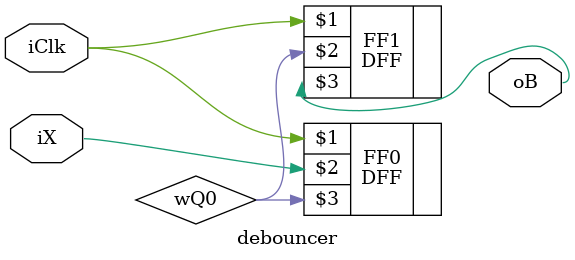
<source format=v>
module debouncer(iClk, iX, oB);
    // debounce a button signal
    // iClk period should be sufficient to avoid any transients (~10ms)
    input iClk, iX;
    output oB;

    wire wQ0;

    DFF FF0(iClk, iX, wQ0);
    DFF FF1(iClk, wQ0, oB);

//    assign oB = wQ1;

endmodule   // debouncer 

</source>
